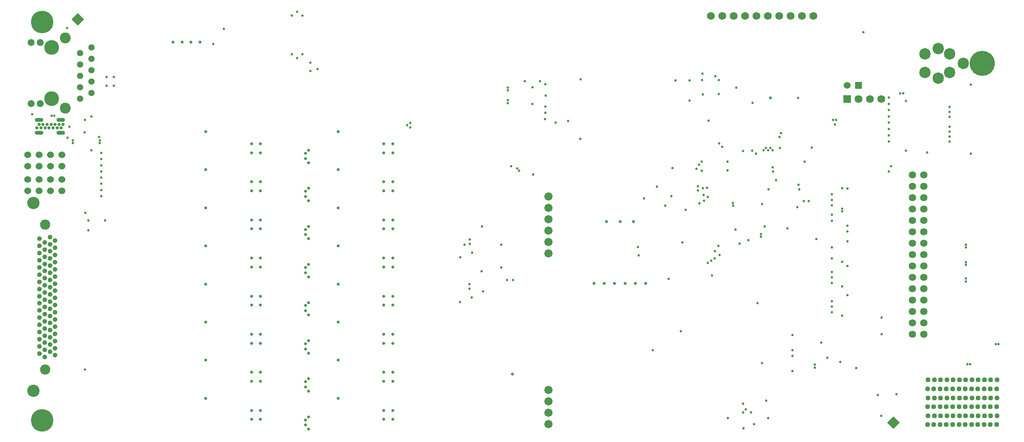
<source format=gbs>
G04*
G04 #@! TF.GenerationSoftware,Altium Limited,Altium Designer,24.7.2 (38)*
G04*
G04 Layer_Color=16711935*
%FSLAX25Y25*%
%MOIN*%
G70*
G04*
G04 #@! TF.SameCoordinates,7466D0F8-E9CD-42B0-AAD5-FE8217CC6D43*
G04*
G04*
G04 #@! TF.FilePolarity,Negative*
G04*
G01*
G75*
%ADD139P,0.11136X4X360.0*%
%ADD150C,0.05630*%
%ADD151C,0.12953*%
%ADD152C,0.06102*%
%ADD153C,0.09567*%
%ADD154C,0.02874*%
%ADD155O,0.07598X0.03661*%
%ADD156C,0.06811*%
%ADD157C,0.06417*%
%ADD158C,0.22047*%
%ADD159C,0.09961*%
%ADD160R,0.06024X0.06024*%
%ADD161C,0.06024*%
%ADD162C,0.04449*%
%ADD163C,0.07205*%
%ADD164R,0.06811X0.06811*%
%ADD165C,0.19803*%
%ADD166C,0.04252*%
%ADD167C,0.10827*%
%ADD168C,0.08976*%
%ADD169C,0.02087*%
%ADD170C,0.02480*%
%ADD211P,0.11136X4X270.0*%
D139*
X51181Y374016D02*
D03*
D150*
X53347Y314272D02*
D03*
X63346Y329272D02*
D03*
X53347Y304272D02*
D03*
X63346Y309272D02*
D03*
Y349272D02*
D03*
Y339272D02*
D03*
Y319272D02*
D03*
X53347Y344272D02*
D03*
Y334272D02*
D03*
Y324272D02*
D03*
D151*
X28346Y349272D02*
D03*
Y304272D02*
D03*
D152*
X18307Y353543D02*
D03*
X10315Y300000D02*
D03*
Y353543D02*
D03*
X18307Y300000D02*
D03*
D153*
X40354Y295886D02*
D03*
Y357658D02*
D03*
D154*
X27874Y281496D02*
D03*
X31418D02*
D03*
X19016Y278425D02*
D03*
X22559D02*
D03*
X26103D02*
D03*
X29646D02*
D03*
X33189D02*
D03*
X34961Y281496D02*
D03*
X24331D02*
D03*
X20788D02*
D03*
X38504D02*
D03*
X17244D02*
D03*
X15473Y278425D02*
D03*
X36733D02*
D03*
D155*
X17441Y285591D02*
D03*
Y274331D02*
D03*
X36339D02*
D03*
Y285591D02*
D03*
D156*
X697479Y376772D02*
D03*
X687479D02*
D03*
X677479D02*
D03*
X667480D02*
D03*
X647480D02*
D03*
X657480D02*
D03*
X627480D02*
D03*
X617480D02*
D03*
X607480D02*
D03*
X637480D02*
D03*
X757165Y303937D02*
D03*
X737165D02*
D03*
X747165D02*
D03*
D157*
X784370Y197324D02*
D03*
X794370D02*
D03*
X784370Y207324D02*
D03*
X794370D02*
D03*
X784370Y217324D02*
D03*
X794370D02*
D03*
Y227324D02*
D03*
X784370D02*
D03*
X794370Y237324D02*
D03*
X784370D02*
D03*
Y147324D02*
D03*
X794370D02*
D03*
X784370Y157324D02*
D03*
X794370D02*
D03*
X784370Y167324D02*
D03*
X794370D02*
D03*
Y177324D02*
D03*
X784370D02*
D03*
X794370Y187324D02*
D03*
X784370D02*
D03*
Y97324D02*
D03*
X794370D02*
D03*
X784370Y107324D02*
D03*
X794370D02*
D03*
X784370Y117324D02*
D03*
X794370D02*
D03*
Y127324D02*
D03*
X784370D02*
D03*
X794370Y137324D02*
D03*
X784370D02*
D03*
D158*
X845830Y335373D02*
D03*
D159*
X795436Y327105D02*
D03*
X817090Y343640D02*
D03*
Y327105D02*
D03*
X795436Y343640D02*
D03*
X829122Y335373D02*
D03*
X807075Y322381D02*
D03*
Y348365D02*
D03*
D160*
X737165Y315748D02*
D03*
D161*
X727165D02*
D03*
X7441Y223346D02*
D03*
Y233347D02*
D03*
X17441D02*
D03*
Y223346D02*
D03*
X27441Y233347D02*
D03*
Y223346D02*
D03*
X37441Y233347D02*
D03*
Y223346D02*
D03*
X7441Y245000D02*
D03*
Y255000D02*
D03*
X17441D02*
D03*
Y245000D02*
D03*
X27441Y255000D02*
D03*
Y245000D02*
D03*
X37441Y255000D02*
D03*
Y245000D02*
D03*
D162*
X803150Y49213D02*
D03*
X808661D02*
D03*
X831102Y57087D02*
D03*
X836614D02*
D03*
X798032D02*
D03*
X797638Y49213D02*
D03*
X798032Y41339D02*
D03*
X797638Y33465D02*
D03*
X798032Y25591D02*
D03*
X797638Y17717D02*
D03*
X803543Y57087D02*
D03*
Y41339D02*
D03*
X803150Y33465D02*
D03*
X803543Y25591D02*
D03*
X803150Y17717D02*
D03*
X809055Y57087D02*
D03*
Y41339D02*
D03*
X808661Y33465D02*
D03*
X809055Y25591D02*
D03*
X808661Y17717D02*
D03*
X814567Y57087D02*
D03*
X814173Y49213D02*
D03*
X814567Y41339D02*
D03*
X814173Y33465D02*
D03*
X814567Y25591D02*
D03*
X814173Y17717D02*
D03*
X820079Y57087D02*
D03*
X819685Y49213D02*
D03*
X820079Y41339D02*
D03*
X819685Y33465D02*
D03*
X820079Y25591D02*
D03*
X819685Y17717D02*
D03*
X825591Y57087D02*
D03*
X825197Y49213D02*
D03*
X825591Y41339D02*
D03*
X825197Y33465D02*
D03*
X825591Y25591D02*
D03*
X825197Y17717D02*
D03*
X830709Y49213D02*
D03*
X831102Y41339D02*
D03*
X830709Y33465D02*
D03*
X831102Y25591D02*
D03*
X830709Y17717D02*
D03*
X836220Y49213D02*
D03*
X836614Y41339D02*
D03*
X836220Y33465D02*
D03*
X836614Y25591D02*
D03*
X836220Y17717D02*
D03*
X842126Y57087D02*
D03*
X841732Y49213D02*
D03*
X842126Y41339D02*
D03*
X841732Y33465D02*
D03*
X842126Y25591D02*
D03*
X841732Y17717D02*
D03*
X847638Y57087D02*
D03*
X847244Y49213D02*
D03*
X847638Y41339D02*
D03*
X847244Y33465D02*
D03*
X847638Y25591D02*
D03*
X847244Y17717D02*
D03*
X853150Y57087D02*
D03*
X852756Y49213D02*
D03*
X853150Y41339D02*
D03*
X852756Y33465D02*
D03*
X853150Y25591D02*
D03*
X852756Y17717D02*
D03*
X858661Y57087D02*
D03*
X858268Y49213D02*
D03*
X858661Y41339D02*
D03*
X858268Y33465D02*
D03*
X858661Y25591D02*
D03*
X858268Y17717D02*
D03*
D163*
X464567Y218134D02*
D03*
Y208134D02*
D03*
Y198134D02*
D03*
Y188134D02*
D03*
Y178134D02*
D03*
Y168134D02*
D03*
Y18086D02*
D03*
Y28086D02*
D03*
Y48086D02*
D03*
Y38086D02*
D03*
D164*
X727165Y303937D02*
D03*
D165*
X19906Y21700D02*
D03*
Y371700D02*
D03*
D166*
X31496Y78720D02*
D03*
Y179508D02*
D03*
Y173209D02*
D03*
Y166909D02*
D03*
Y160610D02*
D03*
Y154311D02*
D03*
Y148012D02*
D03*
Y141713D02*
D03*
Y103917D02*
D03*
Y97618D02*
D03*
Y91319D02*
D03*
Y85020D02*
D03*
Y135413D02*
D03*
Y129114D02*
D03*
Y122815D02*
D03*
Y116516D02*
D03*
Y110216D02*
D03*
X26969Y182658D02*
D03*
Y176358D02*
D03*
Y170059D02*
D03*
Y163760D02*
D03*
Y157461D02*
D03*
Y151161D02*
D03*
Y144862D02*
D03*
Y107067D02*
D03*
Y100768D02*
D03*
Y94468D02*
D03*
Y88169D02*
D03*
Y81870D02*
D03*
Y138563D02*
D03*
Y132264D02*
D03*
Y125965D02*
D03*
Y119665D02*
D03*
Y113366D02*
D03*
X22244Y177933D02*
D03*
Y171634D02*
D03*
Y165335D02*
D03*
Y159035D02*
D03*
Y152736D02*
D03*
Y146437D02*
D03*
Y140138D02*
D03*
Y133839D02*
D03*
Y127539D02*
D03*
Y121240D02*
D03*
Y114941D02*
D03*
Y108642D02*
D03*
Y102342D02*
D03*
Y96043D02*
D03*
Y89744D02*
D03*
Y83445D02*
D03*
Y77146D02*
D03*
X17717Y181083D02*
D03*
Y174784D02*
D03*
Y168484D02*
D03*
Y162185D02*
D03*
Y155886D02*
D03*
Y149587D02*
D03*
Y143287D02*
D03*
Y136988D02*
D03*
Y130689D02*
D03*
Y124390D02*
D03*
Y118090D02*
D03*
Y111791D02*
D03*
Y105492D02*
D03*
Y99193D02*
D03*
Y92894D02*
D03*
Y86594D02*
D03*
Y80295D02*
D03*
D167*
X12284Y212402D02*
D03*
Y47441D02*
D03*
D168*
X22638Y193602D02*
D03*
X22638Y66240D02*
D03*
D169*
X42224Y269783D02*
D03*
X431890Y244980D02*
D03*
X439075Y240846D02*
D03*
X437402Y243012D02*
D03*
X70768Y267523D02*
D03*
Y265154D02*
D03*
X651279Y182868D02*
D03*
Y185236D02*
D03*
X72106Y229528D02*
D03*
Y240158D02*
D03*
Y235039D02*
D03*
Y224016D02*
D03*
Y218504D02*
D03*
Y245669D02*
D03*
Y251181D02*
D03*
Y256693D02*
D03*
X860084Y88583D02*
D03*
X857615D02*
D03*
X835096Y70866D02*
D03*
X832627D02*
D03*
X614961Y166831D02*
D03*
X608268Y149016D02*
D03*
X600984Y219488D02*
D03*
X600295Y225394D02*
D03*
X594587Y242618D02*
D03*
X573524Y243209D02*
D03*
X451181Y237402D02*
D03*
X262008Y330217D02*
D03*
X428999Y311414D02*
D03*
Y313783D02*
D03*
X428999Y300341D02*
D03*
Y302809D02*
D03*
X669095Y273819D02*
D03*
X757480Y97244D02*
D03*
Y111909D02*
D03*
X831201Y143648D02*
D03*
Y146116D02*
D03*
Y160683D02*
D03*
Y158215D02*
D03*
Y176037D02*
D03*
Y173569D02*
D03*
X343307Y282972D02*
D03*
X340748Y281004D02*
D03*
X599213Y249016D02*
D03*
X597047Y246063D02*
D03*
X599311Y240846D02*
D03*
X604528Y159941D02*
D03*
X423425Y155905D02*
D03*
X776181Y308957D02*
D03*
X773622D02*
D03*
X688976Y214272D02*
D03*
X604134Y225886D02*
D03*
X658169Y224410D02*
D03*
X693209Y214370D02*
D03*
X652264Y211713D02*
D03*
X722835Y225590D02*
D03*
X683268Y208760D02*
D03*
X596161Y223425D02*
D03*
Y227362D02*
D03*
X653839Y258858D02*
D03*
X657776D02*
D03*
X655807Y260827D02*
D03*
X659744D02*
D03*
X661713Y258858D02*
D03*
X763583Y299606D02*
D03*
Y266535D02*
D03*
Y272047D02*
D03*
Y305118D02*
D03*
Y294094D02*
D03*
Y288583D02*
D03*
Y283071D02*
D03*
Y277559D02*
D03*
X684271Y228543D02*
D03*
X685105Y224508D02*
D03*
X662008Y240158D02*
D03*
X664665Y232579D02*
D03*
X689764Y248819D02*
D03*
X778839Y302165D02*
D03*
X716339Y281693D02*
D03*
X778839Y258465D02*
D03*
X797441Y256724D02*
D03*
X661614Y243996D02*
D03*
X714567Y285630D02*
D03*
X717224D02*
D03*
X610925Y170177D02*
D03*
X570398Y145866D02*
D03*
X614075Y174902D02*
D03*
X632677Y176772D02*
D03*
X626968Y210236D02*
D03*
X626575Y212697D02*
D03*
X621850Y241142D02*
D03*
X604823Y218012D02*
D03*
X607776Y161811D02*
D03*
X699902Y181004D02*
D03*
X654528Y191929D02*
D03*
X640453Y179823D02*
D03*
X628937Y189075D02*
D03*
X548622Y216535D02*
D03*
X559845Y226867D02*
D03*
X617421Y261811D02*
D03*
X614764Y264764D02*
D03*
X621850Y248721D02*
D03*
X643701Y258661D02*
D03*
X646949Y255807D02*
D03*
X635827Y258071D02*
D03*
X683957Y304921D02*
D03*
X643996Y300492D02*
D03*
X11220Y290551D02*
D03*
X471161Y283169D02*
D03*
X462008Y316929D02*
D03*
X817163Y288189D02*
D03*
X443898Y319390D02*
D03*
X648425Y124705D02*
D03*
X704331Y89764D02*
D03*
X433563Y144783D02*
D03*
X428445Y144882D02*
D03*
X722835Y207480D02*
D03*
X63386Y288681D02*
D03*
X70079Y270571D02*
D03*
X30788Y289075D02*
D03*
X46949Y267520D02*
D03*
Y265151D02*
D03*
X28419Y289075D02*
D03*
X57579Y285433D02*
D03*
X57185Y274410D02*
D03*
X63386Y258760D02*
D03*
X44161Y279528D02*
D03*
X601378Y214665D02*
D03*
X450802Y314355D02*
D03*
X450773Y299621D02*
D03*
X423425Y175984D02*
D03*
X461909Y291732D02*
D03*
X461811Y286221D02*
D03*
X462303Y306988D02*
D03*
X462008Y297244D02*
D03*
X457382Y319390D02*
D03*
X82972Y323110D02*
D03*
Y315453D02*
D03*
X76673Y315472D02*
D03*
Y323130D02*
D03*
X255807Y336024D02*
D03*
X255807Y328645D02*
D03*
X543996Y166443D02*
D03*
X652264Y71752D02*
D03*
X698754Y67815D02*
D03*
Y70472D02*
D03*
X638091Y31201D02*
D03*
X636024Y14567D02*
D03*
X770374Y44685D02*
D03*
X754035Y43898D02*
D03*
X611417Y323917D02*
D03*
X642717Y28642D02*
D03*
X635630D02*
D03*
Y36319D02*
D03*
X645374Y18209D02*
D03*
X622441Y23524D02*
D03*
X655905Y38878D02*
D03*
X657579Y23524D02*
D03*
X668012Y260827D02*
D03*
X817163Y279528D02*
D03*
X763681Y240059D02*
D03*
X695866Y261260D02*
D03*
X667618Y270669D02*
D03*
X741339Y362697D02*
D03*
X629626Y313976D02*
D03*
X614468Y308268D02*
D03*
X614468Y320669D02*
D03*
X679134Y78347D02*
D03*
X709646Y76673D02*
D03*
X679134Y96457D02*
D03*
X679134Y83071D02*
D03*
X721063Y72835D02*
D03*
X734941Y67716D02*
D03*
X679134Y64961D02*
D03*
X610630Y163921D02*
D03*
X543209Y174016D02*
D03*
X835827Y316535D02*
D03*
X835827Y255906D02*
D03*
X817163Y275197D02*
D03*
X600394Y307972D02*
D03*
X599793Y320598D02*
D03*
X600098Y326153D02*
D03*
X588583Y320374D02*
D03*
X572638Y218504D02*
D03*
X765551Y244781D02*
D03*
X248820Y343309D02*
D03*
X239369Y343309D02*
D03*
X244094Y339864D02*
D03*
X244094Y380610D02*
D03*
X248820Y377165D02*
D03*
X239369Y377165D02*
D03*
X179724Y365592D02*
D03*
X170374Y352364D02*
D03*
X727264Y192461D02*
D03*
X713583Y173622D02*
D03*
X567224Y210335D02*
D03*
X581103Y99902D02*
D03*
X556299Y83268D02*
D03*
X492618Y268898D02*
D03*
X42165Y366142D02*
D03*
X588583Y302461D02*
D03*
X576378Y320374D02*
D03*
X605315Y284941D02*
D03*
X674705Y190157D02*
D03*
X817163Y296850D02*
D03*
X493110Y321260D02*
D03*
X816966Y266535D02*
D03*
Y270866D02*
D03*
X817163Y292520D02*
D03*
X597441Y212106D02*
D03*
X713583Y151969D02*
D03*
Y126378D02*
D03*
Y121653D02*
D03*
X395276Y137303D02*
D03*
X585335Y206693D02*
D03*
X481890Y284449D02*
D03*
X713583Y147244D02*
D03*
X713583Y196850D02*
D03*
Y215354D02*
D03*
Y220079D02*
D03*
X407382Y134744D02*
D03*
X390945Y175787D02*
D03*
X395276Y141240D02*
D03*
X395669Y176575D02*
D03*
Y180610D02*
D03*
X713583Y210630D02*
D03*
X722835Y113583D02*
D03*
X713583Y116535D02*
D03*
X713583Y142126D02*
D03*
X722835Y139173D02*
D03*
X713583Y163779D02*
D03*
X722835Y160827D02*
D03*
X727264Y157185D02*
D03*
Y131595D02*
D03*
Y187461D02*
D03*
Y178839D02*
D03*
Y225295D02*
D03*
X722835Y205315D02*
D03*
X713583Y202362D02*
D03*
X582382Y177953D02*
D03*
X405905Y152657D02*
D03*
X406299Y192027D02*
D03*
X397835Y168898D02*
D03*
X397441Y129528D02*
D03*
X387008Y125394D02*
D03*
X387402Y164764D02*
D03*
X75394Y197244D02*
D03*
X58071Y203937D02*
D03*
X57677Y66142D02*
D03*
X60630Y188583D02*
D03*
Y197244D02*
D03*
X756988Y25591D02*
D03*
X343307Y279035D02*
D03*
D170*
X251476Y88976D02*
D03*
X254134Y80709D02*
D03*
X251378Y84350D02*
D03*
X254134Y91535D02*
D03*
X251476Y122441D02*
D03*
X254134Y114173D02*
D03*
X251378Y117815D02*
D03*
X254134Y125000D02*
D03*
X251476Y155905D02*
D03*
X254134Y147638D02*
D03*
X251378Y151279D02*
D03*
X254134Y158465D02*
D03*
X251476Y189370D02*
D03*
X254134Y181102D02*
D03*
X251378Y184744D02*
D03*
X254134Y191929D02*
D03*
X251476Y222835D02*
D03*
X254134Y214567D02*
D03*
X251378Y218209D02*
D03*
X254134Y225394D02*
D03*
X251476Y256299D02*
D03*
X254134Y248031D02*
D03*
X251378Y251673D02*
D03*
X254134Y258858D02*
D03*
X251476Y55512D02*
D03*
X254134Y47244D02*
D03*
X251378Y50886D02*
D03*
X254134Y58071D02*
D03*
X539370Y196260D02*
D03*
X527559D02*
D03*
X515748D02*
D03*
X550000Y141929D02*
D03*
X513779D02*
D03*
X540945D02*
D03*
X531890D02*
D03*
X522835D02*
D03*
X504724D02*
D03*
X143012Y353988D02*
D03*
X135138D02*
D03*
X158760D02*
D03*
X150787Y353939D02*
D03*
X433169Y62106D02*
D03*
X320079Y264567D02*
D03*
Y256693D02*
D03*
X327953D02*
D03*
Y264567D02*
D03*
X320079Y231102D02*
D03*
Y223228D02*
D03*
X327953D02*
D03*
Y231102D02*
D03*
X320079Y197638D02*
D03*
Y189764D02*
D03*
X327953D02*
D03*
Y197638D02*
D03*
X320079Y164173D02*
D03*
Y156299D02*
D03*
X327953D02*
D03*
Y164173D02*
D03*
X320079Y130709D02*
D03*
Y122835D02*
D03*
X327953D02*
D03*
Y130709D02*
D03*
X320079Y97244D02*
D03*
Y89370D02*
D03*
X327953D02*
D03*
Y97244D02*
D03*
X320079Y63779D02*
D03*
Y55905D02*
D03*
X327953D02*
D03*
Y63779D02*
D03*
X320079Y30315D02*
D03*
Y22441D02*
D03*
X327953D02*
D03*
Y30315D02*
D03*
X203937D02*
D03*
Y22441D02*
D03*
X211811D02*
D03*
Y30315D02*
D03*
X203937Y63779D02*
D03*
Y55905D02*
D03*
X211811D02*
D03*
Y63779D02*
D03*
X203937Y97244D02*
D03*
Y89370D02*
D03*
X211811D02*
D03*
Y97244D02*
D03*
X203937Y130709D02*
D03*
Y122835D02*
D03*
X211811D02*
D03*
Y130709D02*
D03*
X203937Y264567D02*
D03*
Y256693D02*
D03*
X211811D02*
D03*
Y264567D02*
D03*
X203937Y231102D02*
D03*
Y223228D02*
D03*
X211811D02*
D03*
Y231102D02*
D03*
X203937Y197638D02*
D03*
Y189764D02*
D03*
X211811D02*
D03*
Y197638D02*
D03*
Y164173D02*
D03*
Y156299D02*
D03*
X203937D02*
D03*
Y164173D02*
D03*
X659842Y304914D02*
D03*
X279921Y40945D02*
D03*
X254134Y24606D02*
D03*
X251378Y17421D02*
D03*
X254134Y13780D02*
D03*
X251476Y22047D02*
D03*
X163779Y74410D02*
D03*
X279921D02*
D03*
X163779Y107874D02*
D03*
X279921D02*
D03*
X163779Y141339D02*
D03*
X279921D02*
D03*
X163779Y174803D02*
D03*
X279921D02*
D03*
X163779Y208268D02*
D03*
X279921D02*
D03*
X163779Y241732D02*
D03*
X279921D02*
D03*
X163779Y275197D02*
D03*
X279921D02*
D03*
X163779Y40945D02*
D03*
D211*
X767717Y19685D02*
D03*
M02*

</source>
